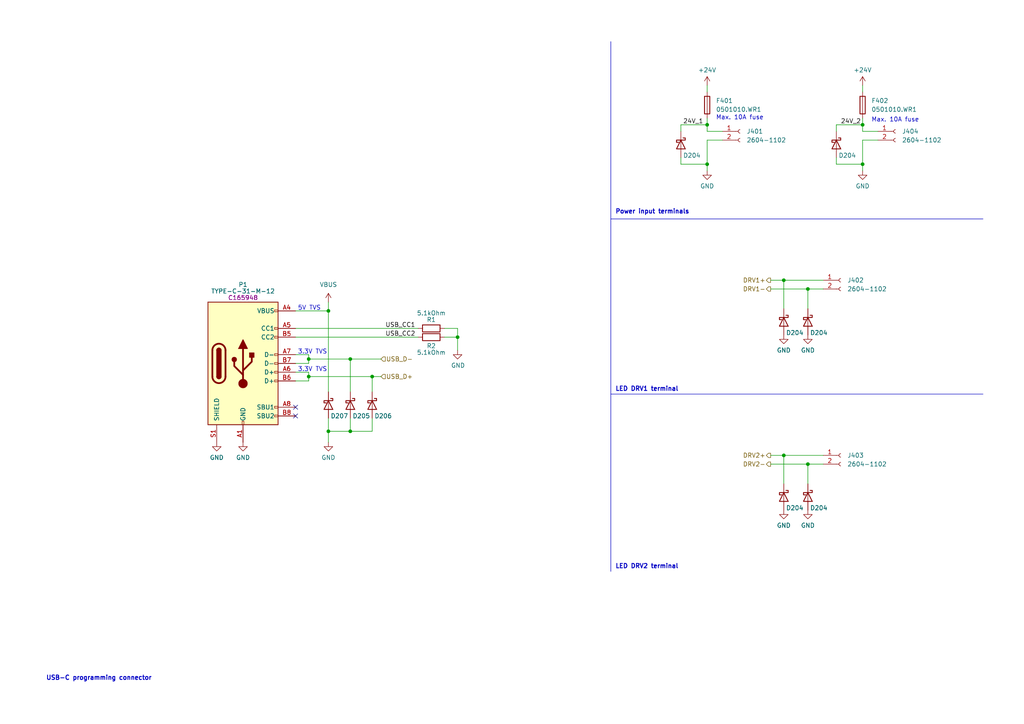
<source format=kicad_sch>
(kicad_sch (version 20230121) (generator eeschema)
  (paper "A4")
  (lib_symbols
    (symbol "Connector:Conn_01x02_Socket" (pin_names (offset 1.016) hide)
      (property "Reference" "J" (at 0 2.54 0))
      (property "Value" "Conn_01x02_Socket" (at 0 -5.08 0))
      (symbol "Conn_01x02_Socket_1_1"
        (arc (start 0 -2.032) (mid -0.5058 -2.54) (end 0 -3.048) (stroke (width 0.1524)))
        (polyline (pts (xy -1.27 -2.54) (xy -0.508 -2.54)) (stroke (width 0.1524)))
        (polyline (pts (xy -1.27 0) (xy -0.508 0)) (stroke (width 0.1524)))
        (arc (start 0 0.508) (mid -0.5058 0) (end 0 -0.508) (stroke (width 0.1524)))
        (pin passive line (at -5.08 0 0) (length 3.81) (name "Pin_1") (number "1"))
        (pin passive line (at -5.08 -2.54 0) (length 3.81) (name "Pin_2") (number "2"))
      )
    )
    (symbol "Connector:USB_C_Receptacle_USB2.0" (pin_names (offset 1.016))
      (property "Reference" "J" (at -10.16 19.05 0))
      (property "Value" "USB_C_Receptacle_USB2.0" (at 19.05 19.05 0))
      (symbol "USB_C_Receptacle_USB2.0_0_0"
        (rectangle (start -0.254 -17.78) (end 0.254 -16.764))
        (rectangle (start 10.16 -14.986) (end 9.144 -15.494))
        (rectangle (start 10.16 -12.446) (end 9.144 -12.954))
        (rectangle (start 10.16 -4.826) (end 9.144 -5.334))
        (rectangle (start 10.16 -2.286) (end 9.144 -2.794))
        (rectangle (start 10.16 0.254) (end 9.144 -0.254))
        (rectangle (start 10.16 2.794) (end 9.144 2.286))
        (rectangle (start 10.16 7.874) (end 9.144 7.366))
        (rectangle (start 10.16 10.414) (end 9.144 9.906))
        (rectangle (start 10.16 15.494) (end 9.144 14.986))
      )
      (symbol "USB_C_Receptacle_USB2.0_0_1"
        (rectangle (start -10.16 17.78) (end 10.16 -17.78) (stroke (width 0.254)) (fill (type background)))
        (arc (start -8.89 -3.81) (mid -6.985 -5.7067) (end -5.08 -3.81) (stroke (width 0.508)))
        (arc (start -7.62 -3.81) (mid -6.985 -4.4423) (end -6.35 -3.81) (stroke (width 0.254)))
        (arc (start -7.62 -3.81) (mid -6.985 -4.4423) (end -6.35 -3.81) (stroke (width 0.254)) (fill (type outline)))
        (rectangle (start -7.62 -3.81) (end -6.35 3.81) (stroke (width 0.254)) (fill (type outline)))
        (arc (start -6.35 3.81) (mid -6.985 4.4423) (end -7.62 3.81) (stroke (width 0.254)))
        (arc (start -6.35 3.81) (mid -6.985 4.4423) (end -7.62 3.81) (stroke (width 0.254)) (fill (type outline)))
        (arc (start -5.08 3.81) (mid -6.985 5.7067) (end -8.89 3.81) (stroke (width 0.508)))
        (circle (center -2.54 1.143) (radius 0.635) (stroke (width 0.254)) (fill (type outline)))
        (circle (center 0 -5.842) (radius 1.27) (fill (type outline)))
        (polyline (pts (xy -8.89 -3.81) (xy -8.89 3.81)) (stroke (width 0.508)))
        (polyline (pts (xy -5.08 3.81) (xy -5.08 -3.81)) (stroke (width 0.508)))
        (polyline (pts (xy 0 -5.842) (xy 0 4.318)) (stroke (width 0.508)))
        (polyline (pts (xy 0 -3.302) (xy -2.54 -0.762) (xy -2.54 0.508)) (stroke (width 0.508)))
        (polyline (pts (xy 0 -2.032) (xy 2.54 0.508) (xy 2.54 1.778)) (stroke (width 0.508)))
        (polyline (pts (xy -1.27 4.318) (xy 0 6.858) (xy 1.27 4.318) (xy -1.27 4.318)) (stroke (width 0.254)) (fill (type outline)))
        (rectangle (start 1.905 1.778) (end 3.175 3.048) (stroke (width 0.254)) (fill (type outline)))
      )
      (symbol "USB_C_Receptacle_USB2.0_1_1"
        (pin passive line (at 0 -22.86 90) (length 5.08) (name "GND") (number "A1"))
        (pin passive line (at 0 -22.86 90) (length 5.08) hide (name "GND") (number "A12"))
        (pin passive line (at 15.24 15.24 180) (length 5.08) (name "VBUS") (number "A4"))
        (pin bidirectional line (at 15.24 10.16 180) (length 5.08) (name "CC1") (number "A5"))
        (pin bidirectional line (at 15.24 -2.54 180) (length 5.08) (name "D+") (number "A6"))
        (pin bidirectional line (at 15.24 2.54 180) (length 5.08) (name "D-") (number "A7"))
        (pin bidirectional line (at 15.24 -12.7 180) (length 5.08) (name "SBU1") (number "A8"))
        (pin passive line (at 15.24 15.24 180) (length 5.08) hide (name "VBUS") (number "A9"))
        (pin passive line (at 0 -22.86 90) (length 5.08) hide (name "GND") (number "B1"))
        (pin passive line (at 0 -22.86 90) (length 5.08) hide (name "GND") (number "B12"))
        (pin passive line (at 15.24 15.24 180) (length 5.08) hide (name "VBUS") (number "B4"))
        (pin bidirectional line (at 15.24 7.62 180) (length 5.08) (name "CC2") (number "B5"))
        (pin bidirectional line (at 15.24 -5.08 180) (length 5.08) (name "D+") (number "B6"))
        (pin bidirectional line (at 15.24 0 180) (length 5.08) (name "D-") (number "B7"))
        (pin bidirectional line (at 15.24 -15.24 180) (length 5.08) (name "SBU2") (number "B8"))
        (pin passive line (at 15.24 15.24 180) (length 5.08) hide (name "VBUS") (number "B9"))
        (pin passive line (at -7.62 -22.86 90) (length 5.08) (name "SHIELD") (number "S1"))
      )
    )
    (symbol "Device:D_Schottky" (pin_numbers hide) (pin_names (offset 1.016) hide)
      (property "Reference" "D" (at 0 2.54 0))
      (property "Value" "D_Schottky" (at 0 -2.54 0))
      (symbol "D_Schottky_0_1"
        (polyline (pts (xy 1.27 0) (xy -1.27 0)))
        (polyline (pts (xy 1.27 1.27) (xy 1.27 -1.27) (xy -1.27 0) (xy 1.27 1.27)) (stroke (width 0.254)))
        (polyline (pts (xy -1.905 0.635) (xy -1.905 1.27) (xy -1.27 1.27) (xy -1.27 -1.27) (xy -0.635 -1.27) (xy -0.635 -0.635)) (stroke (width 0.254)))
      )
      (symbol "D_Schottky_1_1"
        (pin passive line (at -3.81 0 0) (length 2.54) (name "K") (number "1"))
        (pin passive line (at 3.81 0 180) (length 2.54) (name "A") (number "2"))
      )
    )
    (symbol "Device:Fuse" (pin_numbers hide) (pin_names (offset 0))
      (property "Reference" "F" (at 2.032 0 90))
      (property "Value" "Fuse" (at -1.905 0 90))
      (symbol "Fuse_0_1"
        (rectangle (start -0.762 -2.54) (end 0.762 2.54) (stroke (width 0.254)))
        (polyline (pts (xy 0 2.54) (xy 0 -2.54)))
      )
      (symbol "Fuse_1_1"
        (pin passive line (at 0 3.81 270) (length 1.27) (name "~") (number "1"))
        (pin passive line (at 0 -3.81 90) (length 1.27) (name "~") (number "2"))
      )
    )
    (symbol "Device:R" (pin_numbers hide) (pin_names (offset 0))
      (property "Reference" "R" (at 2.032 0 90))
      (property "Value" "R" (at 0 0 90))
      (symbol "R_0_1"
        (rectangle (start -1.016 -2.54) (end 1.016 2.54) (stroke (width 0.254)))
      )
      (symbol "R_1_1"
        (pin passive line (at 0 3.81 270) (length 1.27) (name "~") (number "1"))
        (pin passive line (at 0 -3.81 90) (length 1.27) (name "~") (number "2"))
      )
    )
    (symbol "power:+24V" (power) (pin_names (offset 0))
      (property "Value" "+24V" (at 0 3.556 0))
      (symbol "+24V_0_1"
        (polyline (pts (xy -0.762 1.27) (xy 0 2.54)))
        (polyline (pts (xy 0 0) (xy 0 2.54)))
        (polyline (pts (xy 0 2.54) (xy 0.762 1.27)))
      )
      (symbol "+24V_1_1"
        (pin power_in line (at 0 0 90) (length 0) hide (name "+24V") (number "1"))
      )
    )
    (symbol "power:GND" (power) (pin_names (offset 0))
      (property "Value" "GND" (at 0 -3.81 0))
      (symbol "GND_0_1"
        (polyline (pts (xy 0 0) (xy 0 -1.27) (xy 1.27 -1.27) (xy 0 -2.54) (xy -1.27 -1.27) (xy 0 -1.27)))
      )
      (symbol "GND_1_1"
        (pin power_in line (at 0 0 270) (length 0) hide (name "GND") (number "1"))
      )
    )
    (symbol "power:VBUS" (power) (pin_names (offset 0))
      (property "Value" "VBUS" (at 0 3.81 0))
      (symbol "VBUS_0_1"
        (polyline (pts (xy -0.762 1.27) (xy 0 2.54)))
        (polyline (pts (xy 0 0) (xy 0 2.54)))
        (polyline (pts (xy 0 2.54) (xy 0.762 1.27)))
      )
      (symbol "VBUS_1_1"
        (pin power_in line (at 0 0 90) (length 0) hide (name "VBUS") (number "1"))
      )
    )
  )
  (junction (at 250.19 36.195))
  (junction (at 227.33 81.28))
  (junction (at 107.95 109.22))
  (junction (at 132.715 97.79))
  (junction (at 101.6 104.14))
  (junction (at 95.25 125.095))
  (junction (at 89.535 104.14))
  (junction (at 205.105 36.195))
  (junction (at 205.105 47.625))
  (junction (at 234.315 134.62))
  (junction (at 234.315 83.82))
  (junction (at 95.25 90.17))
  (junction (at 227.33 132.08))
  (junction (at 250.19 47.625))
  (junction (at 101.6 125.095))
  (junction (at 89.535 109.22))
  (no_connect (at 85.725 118.11))
  (no_connect (at 85.725 120.65))
  (wire (pts (xy 205.105 40.64) (xy 209.55 40.64)))
  (wire (pts (xy 205.105 49.53) (xy 205.105 47.625)))
  (wire (pts (xy 209.55 38.1) (xy 205.105 38.1)))
  (wire (pts (xy 234.315 134.62) (xy 238.76 134.62)))
  (wire (pts (xy 85.725 90.17) (xy 95.25 90.17)))
  (wire (pts (xy 205.105 47.625) (xy 205.105 40.64)))
  (wire (pts (xy 101.6 104.14) (xy 110.49 104.14)))
  (wire (pts (xy 242.57 38.1) (xy 242.57 36.195)))
  (wire (pts (xy 197.485 38.1) (xy 197.485 36.195)))
  (wire (pts (xy 223.52 134.62) (xy 234.315 134.62)))
  (wire (pts (xy 132.715 101.6) (xy 132.715 97.79)))
  (wire (pts (xy 205.105 36.195) (xy 205.105 38.1)))
  (wire (pts (xy 250.19 24.765) (xy 250.19 26.67)))
  (wire (pts (xy 250.19 49.53) (xy 250.19 47.625)))
  (wire (pts (xy 107.95 109.22) (xy 107.95 113.665)))
  (wire (pts (xy 85.725 110.49) (xy 89.535 110.49)))
  (polyline (pts (xy 177.165 114.3) (xy 285.115 114.3)))
  (wire (pts (xy 85.725 102.87) (xy 89.535 102.87)))
  (wire (pts (xy 223.52 132.08) (xy 227.33 132.08)))
  (polyline (pts (xy 177.165 63.5) (xy 285.115 63.5)))
  (wire (pts (xy 250.19 40.64) (xy 254.635 40.64)))
  (wire (pts (xy 89.535 102.87) (xy 89.535 104.14)))
  (wire (pts (xy 101.6 125.095) (xy 107.95 125.095)))
  (wire (pts (xy 85.725 107.95) (xy 89.535 107.95)))
  (wire (pts (xy 242.57 47.625) (xy 242.57 45.72)))
  (wire (pts (xy 89.535 109.22) (xy 107.95 109.22)))
  (wire (pts (xy 242.57 36.195) (xy 250.19 36.195)))
  (wire (pts (xy 227.33 81.28) (xy 227.33 89.535)))
  (wire (pts (xy 89.535 104.14) (xy 101.6 104.14)))
  (wire (pts (xy 227.33 132.08) (xy 238.76 132.08)))
  (wire (pts (xy 95.25 87.63) (xy 95.25 90.17)))
  (wire (pts (xy 250.19 47.625) (xy 242.57 47.625)))
  (wire (pts (xy 250.19 34.29) (xy 250.19 36.195)))
  (wire (pts (xy 89.535 109.22) (xy 89.535 110.49)))
  (wire (pts (xy 95.25 125.095) (xy 101.6 125.095)))
  (wire (pts (xy 89.535 104.14) (xy 89.535 105.41)))
  (polyline (pts (xy 177.165 12.065) (xy 177.165 165.735)))
  (wire (pts (xy 227.33 132.08) (xy 227.33 140.335)))
  (wire (pts (xy 250.19 36.195) (xy 250.19 38.1)))
  (wire (pts (xy 95.25 113.665) (xy 95.25 90.17)))
  (wire (pts (xy 85.725 105.41) (xy 89.535 105.41)))
  (wire (pts (xy 205.105 47.625) (xy 197.485 47.625)))
  (wire (pts (xy 95.25 121.285) (xy 95.25 125.095)))
  (wire (pts (xy 128.905 97.79) (xy 132.715 97.79)))
  (wire (pts (xy 107.95 125.095) (xy 107.95 121.285)))
  (wire (pts (xy 205.105 34.29) (xy 205.105 36.195)))
  (wire (pts (xy 95.25 125.095) (xy 95.25 128.27)))
  (wire (pts (xy 223.52 83.82) (xy 234.315 83.82)))
  (wire (pts (xy 132.715 95.25) (xy 132.715 97.79)))
  (wire (pts (xy 107.95 109.22) (xy 110.49 109.22)))
  (wire (pts (xy 89.535 107.95) (xy 89.535 109.22)))
  (wire (pts (xy 254.635 38.1) (xy 250.19 38.1)))
  (wire (pts (xy 250.19 47.625) (xy 250.19 40.64)))
  (wire (pts (xy 223.52 81.28) (xy 227.33 81.28)))
  (wire (pts (xy 85.725 97.79) (xy 121.285 97.79)))
  (wire (pts (xy 227.33 81.28) (xy 238.76 81.28)))
  (wire (pts (xy 234.315 134.62) (xy 234.315 140.335)))
  (wire (pts (xy 85.725 95.25) (xy 121.285 95.25)))
  (wire (pts (xy 101.6 104.14) (xy 101.6 113.665)))
  (wire (pts (xy 205.105 24.765) (xy 205.105 26.67)))
  (wire (pts (xy 234.315 83.82) (xy 234.315 89.535)))
  (wire (pts (xy 197.485 47.625) (xy 197.485 45.72)))
  (wire (pts (xy 128.905 95.25) (xy 132.715 95.25)))
  (wire (pts (xy 234.315 83.82) (xy 238.76 83.82)))
  (wire (pts (xy 101.6 125.095) (xy 101.6 121.285)))
  (wire (pts (xy 197.485 36.195) (xy 205.105 36.195)))
  (text "3.3V TVS" (at 86.36 102.87 0) (effects (font (size 1.27 1.27)) (justify left bottom)))
  (text "USB-C programming connector" (at 13.335 197.485 0) (effects (font (size 1.27 1.27) bold) (justify left bottom)))
  (text "5V TVS" (at 86.36 90.17 0) (effects (font (size 1.27 1.27)) (justify left bottom)))
  (text "Max. 10A fuse" (at 207.645 34.925 0) (effects (font (size 1.27 1.27)) (justify left bottom)))
  (text "Power input terminals" (at 178.435 62.23 0) (effects (font (size 1.27 1.27) bold) (justify left bottom)))
  (text "LED DRV1 terminal" (at 178.435 113.665 0) (effects (font (size 1.27 1.27) bold) (justify left bottom)))
  (text "LED DRV2 terminal" (at 178.435 165.1 0) (effects (font (size 1.27 1.27) bold) (justify left bottom)))
  (text "Max. 10A fuse" (at 252.73 35.56 0) (effects (font (size 1.27 1.27)) (justify left bottom)))
  (text "3.3V TVS" (at 86.36 107.95 0) (effects (font (size 1.27 1.27)) (justify left bottom)))
  (label "24V_1" (at 198.12 36.195 0))
  (label "USB_CC2" (at 111.76 97.79 0))
  (label "USB_CC1" (at 111.76 95.25 0))
  (label "24V_2" (at 243.84 36.195 0))
  (hierarchical_label "USB_D-" (shape input) (at 110.49 104.14 0))
  (hierarchical_label "DRV1-" (shape output) (at 223.52 83.82 180))
  (hierarchical_label "DRV2+" (shape output) (at 223.52 132.08 180))
  (hierarchical_label "DRV1+" (shape output) (at 223.52 81.28 180))
  (hierarchical_label "DRV2-" (shape output) (at 223.52 134.62 180))
  (hierarchical_label "USB_D+" (shape input) (at 110.49 109.22 0))
  (symbol (lib_id "power:GND") (at 95.25 128.27 0) (unit 1)
    (property "Reference" "#PWR0209" (effects hide))
    (property "Value" "GND" (at 95.25 132.715 0))
    (instances (project "fancontroller" (path "" (reference "#PWR0209") (unit 1))) (project "leddimmer-hw" (path "" (reference "#PWR0404") (unit 1))))
  )
  (symbol (lib_id "power:GND") (at 132.715 101.6 0) (unit 1)
    (property "Reference" "#PWR07" (effects hide))
    (property "Value" "GND" (at 132.842 105.9942 0))
    (instances (project "lumicam-prog" (path "" (reference "#PWR07") (unit 1))) (project "dis-esp32-programmer" (path "" (reference "#PWR09") (unit 1))) (project "leddimmer-hw" (path "" (reference "#PWR0405") (unit 1))))
  )
  (symbol (lib_id "Device:Fuse") (at 205.105 30.48 0) (unit 1)
    (property "Reference" "F401" (at 207.645 29.21 0) (effects (justify left)))
    (property "Value" "0501010.WR1" (at 207.645 31.75 0) (effects (justify left)))
    (property "Footprint" "Fuse:Fuse_1206_3216Metric" (effects hide))
    (property "Datasheet" "https://datasheet.lcsc.com/lcsc/2311021101_Littelfuse-0501010-WR1_C207003.pdf" (effects hide))
    (property "LCSC" "C207003" (effects hide))
  )
  (symbol (lib_id "Connector:Conn_01x02_Socket") (at 259.715 38.1 0) (unit 1)
    (property "Reference" "J404" (at 261.62 38.1 0) (effects (justify left)))
    (property "Value" "2604-1102" (at 261.62 40.64 0) (effects (justify left)))
    (property "Footprint" "project:WAGO-2604-1102" (effects hide))
  )
  (symbol (lib_id "power:+24V") (at 205.105 24.765 0) (unit 1)
    (property "Reference" "#PWR0406" (effects hide))
    (property "Value" "+24V" (at 205.105 20.32 0))
  )
  (symbol (lib_id "Connector:Conn_01x02_Socket") (at 243.84 81.28 0) (unit 1)
    (property "Reference" "J402" (at 245.745 81.28 0) (effects (justify left)))
    (property "Value" "2604-1102" (at 245.745 83.82 0) (effects (justify left)))
    (property "Footprint" "project:WAGO-2604-1102" (effects hide))
  )
  (symbol (lib_id "Device:D_Schottky") (at 234.315 144.145 270) (unit 1)
    (property "Reference" "D204" (at 234.95 147.32 90) (effects (justify left)))
    (property "Value" "SJD12A28L01" (effects hide))
    (property "Footprint" "project:D_SOD-123S" (effects hide))
    (property "LCSC" "C313190" (effects hide))
    (instances (project "fancontroller" (path "" (reference "D204") (unit 1))) (project "leddimmer-hw" (path "" (reference "D408") (unit 1))))
  )
  (symbol (lib_id "Device:R") (at 125.095 97.79 90) (mirror x) (unit 1)
    (property "Reference" "R2" (at 125.095 100.33 90))
    (property "Value" "5.1kOhm" (at 125.095 102.235 90))
    (property "Footprint" "Resistor_SMD:R_0402_1005Metric" (effects hide))
    (property "Datasheet" "https://datasheet.lcsc.com/lcsc/1810301112_UNI-ROYAL-Uniroyal-Elec-0402WGF5101TCE_C25905.pdf" (effects hide))
    (property "LCSC" "C25905" (effects hide))
    (instances (project "lumicam-prog" (path "" (reference "R2") (unit 1))) (project "dis-esp32-programmer" (path "" (reference "R2") (unit 1))) (project "leddimmer-hw" (path "" (reference "R402") (unit 1))))
  )
  (symbol (lib_id "Device:D_Schottky") (at 101.6 117.475 270) (unit 1)
    (property "Reference" "D205" (at 102.235 120.65 90) (effects (justify left)))
    (property "Value" "ESD9L3.3ST5G" (effects hide))
    (property "Footprint" "Diode_SMD:D_SOD-923" (effects hide))
    (property "LCSC" "C233387" (effects hide))
    (instances (project "fancontroller" (path "" (reference "D205") (unit 1))) (project "leddimmer-hw" (path "" (reference "D402") (unit 1))))
  )
  (symbol (lib_id "power:GND") (at 227.33 147.955 0) (unit 1)
    (property "Reference" "#PWR0209" (effects hide))
    (property "Value" "GND" (at 227.33 152.4 0))
    (instances (project "fancontroller" (path "" (reference "#PWR0209") (unit 1))) (project "leddimmer-hw" (path "" (reference "#PWR0409") (unit 1))))
  )
  (symbol (lib_id "Device:Fuse") (at 250.19 30.48 0) (unit 1)
    (property "Reference" "F402" (at 252.73 29.21 0) (effects (justify left)))
    (property "Value" "0501010.WR1" (at 252.73 31.75 0) (effects (justify left)))
    (property "Footprint" "Fuse:Fuse_1206_3216Metric" (effects hide))
    (property "Datasheet" "https://datasheet.lcsc.com/lcsc/2311021101_Littelfuse-0501010-WR1_C207003.pdf" (effects hide))
    (property "LCSC" "C207003" (effects hide))
  )
  (symbol (lib_id "power:GND") (at 205.105 49.53 0) (unit 1)
    (property "Reference" "#PWR0209" (effects hide))
    (property "Value" "GND" (at 205.105 53.975 0))
    (instances (project "fancontroller" (path "" (reference "#PWR0209") (unit 1))) (project "leddimmer-hw" (path "" (reference "#PWR0407") (unit 1))))
  )
  (symbol (lib_id "Connector:Conn_01x02_Socket") (at 214.63 38.1 0) (unit 1)
    (property "Reference" "J401" (at 216.535 38.1 0) (effects (justify left)))
    (property "Value" "2604-1102" (at 216.535 40.64 0) (effects (justify left)))
    (property "Footprint" "project:WAGO-2604-1102" (effects hide))
  )
  (symbol (lib_id "Device:R") (at 125.095 95.25 90) (unit 1)
    (property "Reference" "R1" (at 125.095 92.71 90))
    (property "Value" "5.1kOhm" (at 125.095 90.805 90))
    (property "Footprint" "Resistor_SMD:R_0402_1005Metric" (effects hide))
    (property "Datasheet" "https://datasheet.lcsc.com/lcsc/1810301112_UNI-ROYAL-Uniroyal-Elec-0402WGF5101TCE_C25905.pdf" (effects hide))
    (property "LCSC" "C25905" (effects hide))
    (instances (project "lumicam-prog" (path "" (reference "R1") (unit 1))) (project "dis-esp32-programmer" (path "" (reference "R1") (unit 1))) (project "leddimmer-hw" (path "" (reference "R401") (unit 1))))
  )
  (symbol (lib_id "Device:D_Schottky") (at 197.485 41.91 270) (unit 1)
    (property "Reference" "D204" (at 198.12 45.085 90) (effects (justify left)))
    (property "Value" "SJD12A28L01" (effects hide))
    (property "Footprint" "project:D_SOD-123S" (effects hide))
    (property "LCSC" "C313190" (effects hide))
    (instances (project "fancontroller" (path "" (reference "D204") (unit 1))) (project "leddimmer-hw" (path "" (reference "D404") (unit 1))))
  )
  (symbol (lib_id "power:GND") (at 70.485 128.27 0) (unit 1)
    (property "Reference" "#PWR0208" (effects hide))
    (property "Value" "GND" (at 70.485 132.715 0))
    (instances (project "fancontroller" (path "" (reference "#PWR0208") (unit 1))) (project "leddimmer-hw" (path "" (reference "#PWR0402") (unit 1))))
  )
  (symbol (lib_id "power:GND") (at 227.33 97.155 0) (unit 1)
    (property "Reference" "#PWR0209" (effects hide))
    (property "Value" "GND" (at 227.33 101.6 0))
    (instances (project "fancontroller" (path "" (reference "#PWR0209") (unit 1))) (project "leddimmer-hw" (path "" (reference "#PWR0408") (unit 1))))
  )
  (symbol (lib_id "Device:D_Schottky") (at 227.33 93.345 270) (unit 1)
    (property "Reference" "D204" (at 227.965 96.52 90) (effects (justify left)))
    (property "Value" "SJD12A28L01" (effects hide))
    (property "Footprint" "project:D_SOD-123S" (effects hide))
    (property "LCSC" "C313190" (effects hide))
    (instances (project "fancontroller" (path "" (reference "D204") (unit 1))) (project "leddimmer-hw" (path "" (reference "D405") (unit 1))))
  )
  (symbol (lib_id "Device:D_Schottky") (at 242.57 41.91 270) (unit 1)
    (property "Reference" "D204" (at 243.205 45.085 90) (effects (justify left)))
    (property "Value" "SJD12A28L01" (effects hide))
    (property "Footprint" "project:D_SOD-123S" (effects hide))
    (property "LCSC" "C313190" (effects hide))
    (instances (project "fancontroller" (path "" (reference "D204") (unit 1))) (project "leddimmer-hw" (path "" (reference "D409") (unit 1))))
  )
  (symbol (lib_id "power:+24V") (at 250.19 24.765 0) (unit 1)
    (property "Reference" "#PWR0412" (effects hide))
    (property "Value" "+24V" (at 250.19 20.32 0))
  )
  (symbol (lib_id "power:GND") (at 62.865 128.27 0) (unit 1)
    (property "Reference" "#PWR0208" (effects hide))
    (property "Value" "GND" (at 62.865 132.715 0))
    (instances (project "fancontroller" (path "" (reference "#PWR0208") (unit 1))) (project "leddimmer-hw" (path "" (reference "#PWR0401") (unit 1))))
  )
  (symbol (lib_id "Connector:USB_C_Receptacle_USB2.0") (at 70.485 105.41 0) (unit 1)
    (property "Reference" "P1" (at 70.485 82.55 0))
    (property "Value" "TYPE-C-31-M-12" (at 70.485 84.455 0))
    (property "Footprint" "Connector_USB:USB_C_Receptacle_HRO_TYPE-C-31-M-12" (effects hide))
    (property "LCSC" "C165948" (at 70.485 86.36 0))
    (instances (project "dis-esp32-programmer" (path "" (reference "P1") (unit 1))) (project "leddimmer-hw" (path "" (reference "P401") (unit 1))))
  )
  (symbol (lib_id "Device:D_Schottky") (at 107.95 117.475 270) (unit 1)
    (property "Reference" "D206" (at 108.585 120.65 90) (effects (justify left)))
    (property "Value" "ESD9L3.3ST5G" (effects hide))
    (property "Footprint" "Diode_SMD:D_SOD-923" (effects hide))
    (property "LCSC" "C233387" (effects hide))
    (instances (project "fancontroller" (path "" (reference "D206") (unit 1))) (project "leddimmer-hw" (path "" (reference "D403") (unit 1))))
  )
  (symbol (lib_id "power:GND") (at 234.315 147.955 0) (unit 1)
    (property "Reference" "#PWR0209" (effects hide))
    (property "Value" "GND" (at 234.315 152.4 0))
    (instances (project "fancontroller" (path "" (reference "#PWR0209") (unit 1))) (project "leddimmer-hw" (path "" (reference "#PWR0411") (unit 1))))
  )
  (symbol (lib_id "Connector:Conn_01x02_Socket") (at 243.84 132.08 0) (unit 1)
    (property "Reference" "J403" (at 245.745 132.08 0) (effects (justify left)))
    (property "Value" "2604-1102" (at 245.745 134.62 0) (effects (justify left)))
    (property "Footprint" "project:WAGO-2604-1102" (effects hide))
  )
  (symbol (lib_id "Device:D_Schottky") (at 95.25 117.475 270) (unit 1)
    (property "Reference" "D207" (at 95.885 120.65 90) (effects (justify left)))
    (property "Value" "ESD9X5.0ST5G" (effects hide))
    (property "Footprint" "Diode_SMD:D_SOD-923" (effects hide))
    (property "LCSC" "C87910" (effects hide))
    (instances (project "fancontroller" (path "" (reference "D207") (unit 1))) (project "leddimmer-hw" (path "" (reference "D401") (unit 1))))
  )
  (symbol (lib_id "power:GND") (at 250.19 49.53 0) (unit 1)
    (property "Reference" "#PWR0209" (effects hide))
    (property "Value" "GND" (at 250.19 53.975 0))
    (instances (project "fancontroller" (path "" (reference "#PWR0209") (unit 1))) (project "leddimmer-hw" (path "" (reference "#PWR0413") (unit 1))))
  )
  (symbol (lib_id "power:VBUS") (at 95.25 87.63 0) (unit 1)
    (property "Reference" "#PWR0502" (effects hide))
    (property "Value" "VBUS" (at 95.25 82.55 0))
    (instances (project "leddimmer-hw" (path "" (reference "#PWR0502") (unit 1)) (path "" (reference "#PWR0403") (unit 1))))
  )
  (symbol (lib_id "power:GND") (at 234.315 97.155 0) (unit 1)
    (property "Reference" "#PWR0209" (effects hide))
    (property "Value" "GND" (at 234.315 101.6 0))
    (instances (project "fancontroller" (path "" (reference "#PWR0209") (unit 1))) (project "leddimmer-hw" (path "" (reference "#PWR0410") (unit 1))))
  )
  (symbol (lib_id "Device:D_Schottky") (at 234.315 93.345 270) (unit 1)
    (property "Reference" "D204" (at 234.95 96.52 90) (effects (justify left)))
    (property "Value" "SJD12A28L01" (effects hide))
    (property "Footprint" "project:D_SOD-123S" (effects hide))
    (property "LCSC" "C313190" (effects hide))
    (instances (project "fancontroller" (path "" (reference "D204") (unit 1))) (project "leddimmer-hw" (path "" (reference "D407") (unit 1))))
  )
  (symbol (lib_id "Device:D_Schottky") (at 227.33 144.145 270) (unit 1)
    (property "Reference" "D204" (at 227.965 147.32 90) (effects (justify left)))
    (property "Value" "SJD12A28L01" (effects hide))
    (property "Footprint" "project:D_SOD-123S" (effects hide))
    (property "LCSC" "C313190" (effects hide))
    (instances (project "fancontroller" (path "" (reference "D204") (unit 1))) (project "leddimmer-hw" (path "" (reference "D406") (unit 1))))
  )
)
</source>
